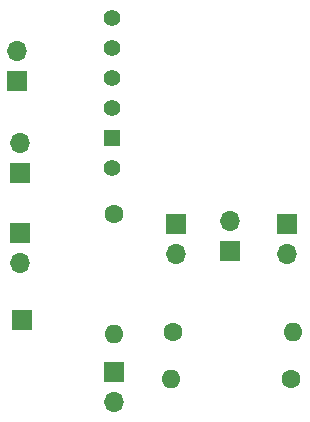
<source format=gts>
G04 #@! TF.GenerationSoftware,KiCad,Pcbnew,7.0.1*
G04 #@! TF.CreationDate,2023-04-18T09:12:00+08:00*
G04 #@! TF.ProjectId,Front Control Panel,46726f6e-7420-4436-9f6e-74726f6c2050,rev?*
G04 #@! TF.SameCoordinates,Original*
G04 #@! TF.FileFunction,Soldermask,Top*
G04 #@! TF.FilePolarity,Negative*
%FSLAX46Y46*%
G04 Gerber Fmt 4.6, Leading zero omitted, Abs format (unit mm)*
G04 Created by KiCad (PCBNEW 7.0.1) date 2023-04-18 09:12:00*
%MOMM*%
%LPD*%
G01*
G04 APERTURE LIST*
%ADD10R,1.700000X1.700000*%
%ADD11O,1.700000X1.700000*%
%ADD12C,1.600000*%
%ADD13O,1.600000X1.600000*%
%ADD14R,1.408000X1.408000*%
%ADD15C,1.408000*%
G04 APERTURE END LIST*
D10*
X99000000Y-74800000D03*
D11*
X99000000Y-72260000D03*
D10*
X81200000Y-73260000D03*
D11*
X81200000Y-75800000D03*
D10*
X81400000Y-80600000D03*
D12*
X94200000Y-81600000D03*
D13*
X104360000Y-81600000D03*
D10*
X81200000Y-68200000D03*
D11*
X81200000Y-65660000D03*
D10*
X81000000Y-60340000D03*
D11*
X81000000Y-57800000D03*
D14*
X89000000Y-65200000D03*
D15*
X89000000Y-62660000D03*
X89000000Y-60120000D03*
X89000000Y-57580000D03*
X89000000Y-55040000D03*
X89000000Y-67740000D03*
D10*
X89200000Y-85000000D03*
D11*
X89200000Y-87540000D03*
D12*
X104200000Y-85600000D03*
D13*
X94040000Y-85600000D03*
D12*
X89200000Y-71640000D03*
D13*
X89200000Y-81800000D03*
D10*
X94400000Y-72460000D03*
D11*
X94400000Y-75000000D03*
D10*
X103800000Y-72460000D03*
D11*
X103800000Y-75000000D03*
M02*

</source>
